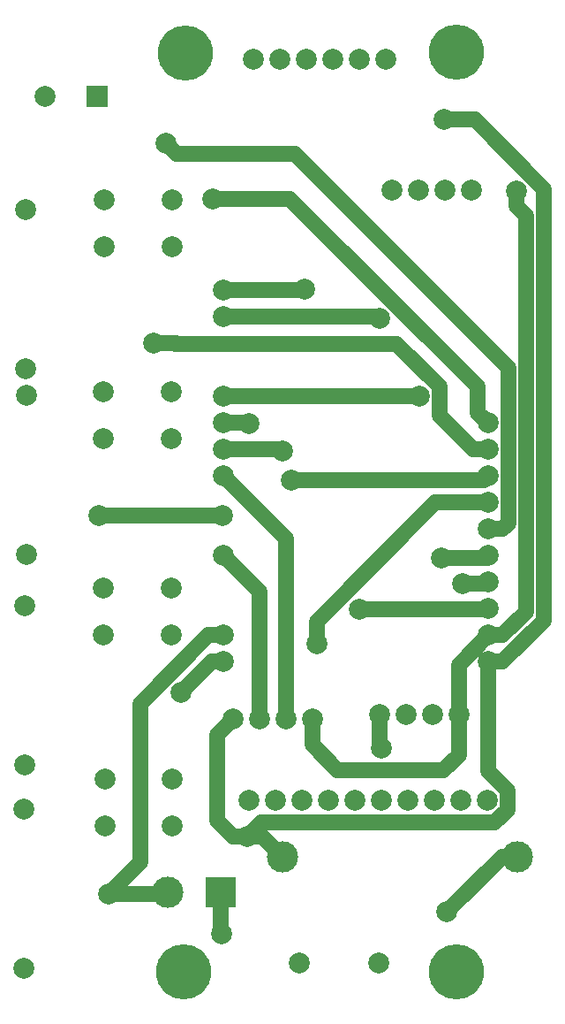
<source format=gbr>
G04 #@! TF.GenerationSoftware,KiCad,Pcbnew,(5.1.4)-1*
G04 #@! TF.CreationDate,2021-05-26T08:57:28-05:00*
G04 #@! TF.ProjectId,compactacion,636f6d70-6163-4746-9163-696f6e2e6b69,rev?*
G04 #@! TF.SameCoordinates,Original*
G04 #@! TF.FileFunction,Copper,L2,Bot*
G04 #@! TF.FilePolarity,Positive*
%FSLAX46Y46*%
G04 Gerber Fmt 4.6, Leading zero omitted, Abs format (unit mm)*
G04 Created by KiCad (PCBNEW (5.1.4)-1) date 2021-05-26 08:57:28*
%MOMM*%
%LPD*%
G04 APERTURE LIST*
%ADD10C,2.000000*%
%ADD11C,3.000000*%
%ADD12R,3.000000X3.000000*%
%ADD13R,2.000000X2.000000*%
%ADD14C,5.280000*%
%ADD15C,1.500000*%
G04 APERTURE END LIST*
D10*
X47450000Y55160000D03*
X47450000Y52620000D03*
X47450000Y50080000D03*
X47450000Y47540000D03*
X47450000Y45000000D03*
X47450000Y42460000D03*
X47450000Y39920000D03*
X47450000Y37380000D03*
X47450000Y34840000D03*
X47450000Y32300000D03*
X22050000Y67860000D03*
X22050000Y65320000D03*
X22050000Y57700000D03*
X22050000Y55160000D03*
X22050000Y52620000D03*
X22050000Y50080000D03*
X22050000Y42460000D03*
X22050000Y34840000D03*
X22050000Y32300000D03*
X44650000Y27250000D03*
X42110000Y27250000D03*
X39570000Y27250000D03*
X37030000Y27250000D03*
X22980000Y26850000D03*
X25520000Y26850000D03*
X28060000Y26850000D03*
X30600000Y26850000D03*
D11*
X27750000Y13650000D03*
X50250000Y13650000D03*
D10*
X45900000Y77500000D03*
X43360000Y77500000D03*
X40820000Y77500000D03*
X38280000Y77500000D03*
D12*
X21850000Y10250000D03*
D11*
X16770000Y10250000D03*
D10*
X3200000Y57790000D03*
X3200000Y42550000D03*
X3000000Y37700000D03*
X3000000Y22460000D03*
X2950000Y18200000D03*
X2950000Y2960000D03*
X29400000Y3500000D03*
X37020000Y3500000D03*
D13*
X10000000Y86400000D03*
D10*
X5000000Y86400000D03*
X3150000Y75600000D03*
X3150000Y60360000D03*
X17150000Y76550000D03*
X17150000Y72050000D03*
X10650000Y76550000D03*
X10650000Y72050000D03*
X10550000Y53700000D03*
X10550000Y58200000D03*
X17050000Y53700000D03*
X17050000Y58200000D03*
X10550000Y34900000D03*
X10550000Y39400000D03*
X17050000Y34900000D03*
X17050000Y39400000D03*
X17200000Y21050000D03*
X17200000Y16550000D03*
X10700000Y21050000D03*
X10700000Y16550000D03*
X25000000Y90000000D03*
X27540000Y90000000D03*
X30080000Y90000000D03*
X32620000Y90000000D03*
X35160000Y90000000D03*
X37700000Y90000000D03*
X24500000Y19050000D03*
X27040000Y19050000D03*
X29580000Y19050000D03*
X32120000Y19050000D03*
X34660000Y19050000D03*
X37200000Y19050000D03*
X39740000Y19050000D03*
X42280000Y19050000D03*
X44820000Y19050000D03*
X47360000Y19050000D03*
D14*
X44400000Y2600000D03*
X18250000Y2650000D03*
X18450000Y90600000D03*
X44400000Y90700000D03*
D10*
X31050000Y34050000D03*
X10150000Y46300000D03*
X22000000Y46350000D03*
X28600000Y49700000D03*
X45000000Y39800000D03*
X43000000Y42250000D03*
X43250000Y84200000D03*
X50150000Y77350000D03*
X16600000Y81950000D03*
X15400000Y62800000D03*
X21100000Y76650000D03*
X37200000Y24050000D03*
X37050000Y65150000D03*
X40850000Y57700000D03*
X29900000Y68000000D03*
X27750000Y52450000D03*
X24550000Y55150000D03*
X18050000Y29350000D03*
X24400000Y15600000D03*
X21900000Y6300000D03*
X11100000Y10100000D03*
X35100000Y37350000D03*
X43500000Y8350000D03*
D15*
X16620000Y10100000D02*
X16770000Y10250000D01*
X11100000Y10100000D02*
X16620000Y10100000D01*
X44650000Y32040000D02*
X47450000Y34840000D01*
X44650000Y27250000D02*
X44650000Y32040000D01*
X30600000Y26850000D02*
X30600000Y25435787D01*
X44650000Y25835787D02*
X44650000Y27250000D01*
X20635787Y34840000D02*
X22050000Y34840000D01*
X14100000Y28304213D02*
X20635787Y34840000D01*
X11100000Y10100000D02*
X14100000Y13100000D01*
X14100000Y13100000D02*
X14100000Y28304213D01*
X30600000Y26850000D02*
X30600000Y24350000D01*
X30600000Y24350000D02*
X33000000Y21950000D01*
X33000000Y21950000D02*
X43200000Y21950000D01*
X44650000Y23400000D02*
X44650000Y27250000D01*
X43200000Y21950000D02*
X44650000Y23400000D01*
X50150000Y75935787D02*
X50150000Y77350000D01*
X51100011Y74985776D02*
X50150000Y75935787D01*
X51100011Y37075798D02*
X51100011Y74985776D01*
X48864213Y34840000D02*
X51100011Y37075798D01*
X47450000Y34840000D02*
X48864213Y34840000D01*
X47330000Y39800000D02*
X47450000Y39920000D01*
X45000000Y39800000D02*
X47330000Y39800000D01*
X47240000Y42250000D02*
X47450000Y42460000D01*
X43000000Y42250000D02*
X47240000Y42250000D01*
X22050000Y57700000D02*
X37100000Y57700000D01*
X37100000Y57700000D02*
X40850000Y57700000D01*
X28060000Y44070000D02*
X22050000Y50080000D01*
X28060000Y26850000D02*
X28060000Y44070000D01*
X22050000Y65320000D02*
X25530000Y65320000D01*
X36880000Y65320000D02*
X37050000Y65150000D01*
X22050000Y65320000D02*
X36880000Y65320000D01*
X47420000Y37350000D02*
X47450000Y37380000D01*
X35100000Y37350000D02*
X47420000Y37350000D01*
X22050000Y67860000D02*
X25060000Y67860000D01*
X29760000Y67860000D02*
X29900000Y68000000D01*
X22050000Y67860000D02*
X29760000Y67860000D01*
X22985787Y15600000D02*
X21450000Y17135787D01*
X24400000Y15600000D02*
X22985787Y15600000D01*
X21450000Y25320000D02*
X22980000Y26850000D01*
X21450000Y17135787D02*
X21450000Y25320000D01*
X37030000Y24220000D02*
X37200000Y24050000D01*
X37030000Y27250000D02*
X37030000Y24220000D01*
X48864213Y32300000D02*
X47450000Y32300000D01*
X52800021Y36235808D02*
X48864213Y32300000D01*
X52800021Y77585981D02*
X52800021Y36235808D01*
X46186002Y84200000D02*
X52800021Y77585981D01*
X43250000Y84200000D02*
X46186002Y84200000D01*
X49310001Y18113999D02*
X48096002Y16900000D01*
X49310001Y19986001D02*
X49310001Y18113999D01*
X47450000Y32300000D02*
X47450000Y21846002D01*
X47450000Y21846002D02*
X49310001Y19986001D01*
X25700000Y16900000D02*
X24400000Y15600000D01*
X48096002Y16900000D02*
X25700000Y16900000D01*
X25800000Y15600000D02*
X27750000Y13650000D01*
X24400000Y15600000D02*
X25800000Y15600000D01*
X24540000Y55160000D02*
X24550000Y55150000D01*
X22050000Y55160000D02*
X24540000Y55160000D01*
X22050000Y52620000D02*
X24980000Y52620000D01*
X27580000Y52620000D02*
X27750000Y52450000D01*
X22050000Y52620000D02*
X27580000Y52620000D01*
X48800000Y13650000D02*
X43500000Y8350000D01*
X50250000Y13650000D02*
X48800000Y13650000D01*
X21850000Y6350000D02*
X21900000Y6300000D01*
X21850000Y10250000D02*
X21850000Y6350000D01*
X48864213Y45000000D02*
X47450000Y45000000D01*
X49400001Y45535788D02*
X48864213Y45000000D01*
X49400001Y60449999D02*
X49400001Y45535788D01*
X28899999Y80950001D02*
X49400001Y60449999D01*
X16600000Y81950000D02*
X17599999Y80950001D01*
X17599999Y80950001D02*
X28899999Y80950001D01*
X25520000Y38990000D02*
X22050000Y42460000D01*
X25520000Y26850000D02*
X25520000Y38990000D01*
X22514213Y76650000D02*
X21100000Y76650000D01*
X28436002Y76650000D02*
X22514213Y76650000D01*
X46450001Y58636001D02*
X28436002Y76650000D01*
X46450001Y56159999D02*
X46450001Y58636001D01*
X47450000Y55160000D02*
X46450001Y56159999D01*
X42800001Y58636001D02*
X38686002Y62750000D01*
X42800001Y55855786D02*
X42800001Y58636001D01*
X47450000Y52620000D02*
X46035787Y52620000D01*
X46035787Y52620000D02*
X42800001Y55855786D01*
X38686002Y62750000D02*
X17550000Y62750000D01*
X17500000Y62800000D02*
X17550000Y62750000D01*
X15400000Y62800000D02*
X17500000Y62800000D01*
X47070000Y49700000D02*
X47450000Y50080000D01*
X28600000Y49700000D02*
X47070000Y49700000D01*
X10200000Y46350000D02*
X10150000Y46300000D01*
X22000000Y46350000D02*
X10200000Y46350000D01*
X46035787Y47540000D02*
X47450000Y47540000D01*
X42403998Y47540000D02*
X46035787Y47540000D01*
X31050000Y36186002D02*
X42403998Y47540000D01*
X31050000Y34050000D02*
X31050000Y36186002D01*
X21000000Y32300000D02*
X18050000Y29350000D01*
X22050000Y32300000D02*
X21000000Y32300000D01*
M02*

</source>
